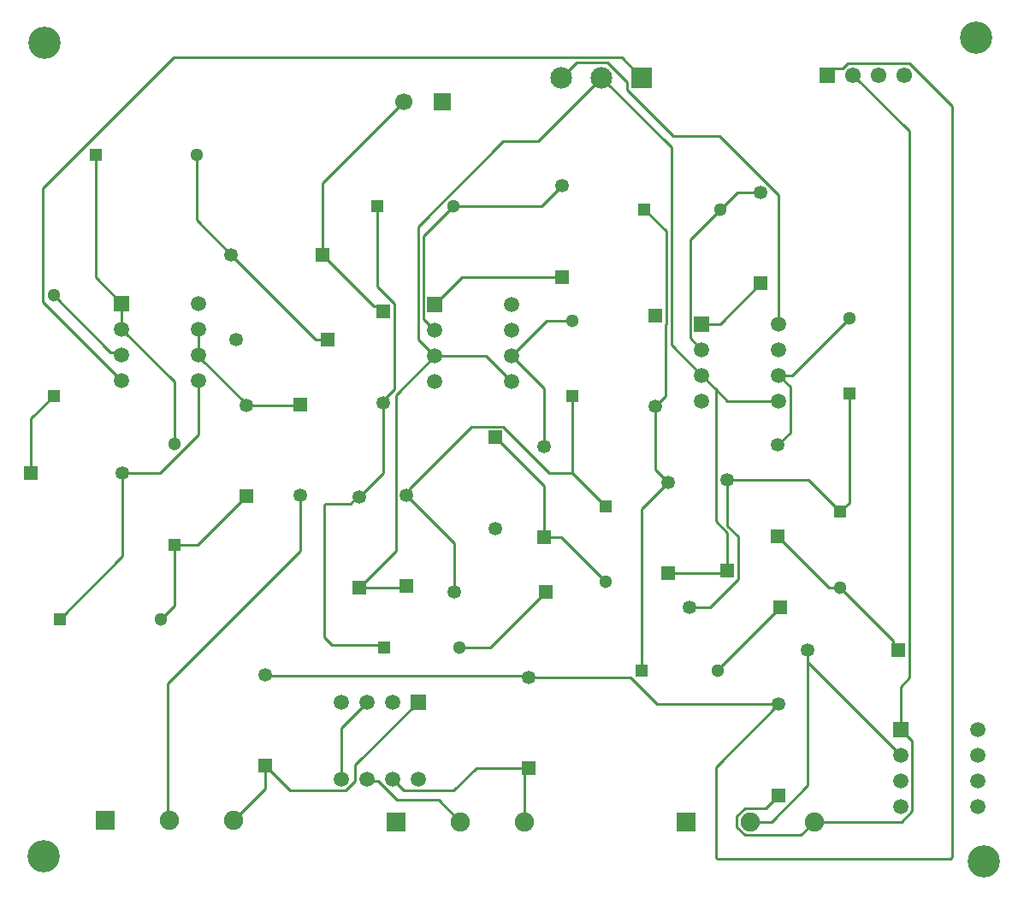
<source format=gtl>
G04*
G04 #@! TF.GenerationSoftware,Altium Limited,Altium Designer,25.2.1 (25)*
G04*
G04 Layer_Physical_Order=1*
G04 Layer_Color=255*
%FSLAX25Y25*%
%MOIN*%
G70*
G04*
G04 #@! TF.SameCoordinates,6179F1C6-3400-403E-8A66-77286E143B23*
G04*
G04*
G04 #@! TF.FilePolarity,Positive*
G04*
G01*
G75*
%ADD13C,0.01000*%
%ADD19C,0.05118*%
%ADD20R,0.05118X0.05118*%
%ADD22R,0.05118X0.05118*%
%ADD32C,0.12598*%
%ADD33R,0.05315X0.05315*%
%ADD34C,0.05315*%
%ADD35R,0.05906X0.05906*%
%ADD36C,0.05906*%
%ADD37R,0.05315X0.05315*%
%ADD38R,0.05906X0.05906*%
%ADD39C,0.06693*%
%ADD40R,0.06693X0.06693*%
%ADD41R,0.06102X0.06102*%
%ADD42C,0.06102*%
%ADD43C,0.08465*%
%ADD44R,0.08465X0.08465*%
%ADD45C,0.07480*%
%ADD46R,0.07480X0.07480*%
D13*
X252500Y264717D02*
Y265884D01*
X253798Y267182D02*
Y267298D01*
X277874Y291374D02*
X290279D01*
X252500Y265884D02*
X253798Y267182D01*
Y267298D02*
X277874Y291374D01*
X171500Y319500D02*
Y329500D01*
X110941Y340059D02*
X141500Y309500D01*
X110941Y340059D02*
Y384365D01*
X161808Y435232D01*
X336358D01*
X344091Y427500D01*
X312910D02*
X318642Y433232D01*
X330874D01*
X338358Y425748D01*
Y422646D02*
Y425748D01*
Y422646D02*
X356351Y404654D01*
X374443D01*
X397500Y381596D01*
Y331500D02*
Y381596D01*
X328500Y427500D02*
X355658Y400343D01*
Y323342D02*
Y400343D01*
X349500Y274716D02*
Y299284D01*
X353500Y303284D01*
X349500Y274716D02*
X354500Y269717D01*
X300000Y193717D02*
X339780D01*
X299500Y194217D02*
X300000Y193717D01*
X339780D02*
X350280Y183217D01*
X317000Y273500D02*
X330000Y260500D01*
X317000Y273500D02*
Y303236D01*
X308153Y273500D02*
X317000D01*
X290279Y291374D02*
X308153Y273500D01*
X287000Y287216D02*
X306000Y268216D01*
X355658Y323342D02*
X367500Y311500D01*
X372969Y306031D01*
X363047Y325953D02*
X367500Y321500D01*
X353500Y303284D02*
Y331280D01*
X363047Y364283D02*
X374764Y376000D01*
X363047Y325953D02*
Y364283D01*
X353658Y331438D02*
Y367579D01*
X353500Y331280D02*
X353658Y331438D01*
X345236Y376000D02*
X353658Y367579D01*
X257047Y325453D02*
X263500Y319000D01*
X257047Y325453D02*
Y369524D01*
X290150Y402627D01*
X303626D01*
X328500Y427500D01*
X416500Y428500D02*
X419051Y431051D01*
X422615D01*
X424615Y433051D01*
X448385D01*
X465000Y416436D01*
Y123586D02*
Y416436D01*
X464414Y123000D02*
X465000Y123586D01*
X373586Y123000D02*
X464414D01*
X373000Y123586D02*
X373586Y123000D01*
X373000Y123586D02*
Y158716D01*
X397500Y183217D01*
X247000Y154000D02*
X251453Y149547D01*
X270943D01*
X279679Y158283D01*
X300000D01*
X197500Y159283D02*
X207236Y149547D01*
X228844D01*
X232547Y153250D01*
Y159547D01*
X257000Y184000D01*
X227000Y154000D02*
Y174000D01*
X237000Y184000D01*
X265099Y145901D02*
X273500Y137500D01*
X248802Y145901D02*
X265099D01*
X241453Y153250D02*
X248802Y145901D01*
X237750Y153250D02*
X241453D01*
X237000Y154000D02*
X237750Y153250D01*
X406260Y132260D02*
X411500Y137500D01*
X384330Y132260D02*
X406260D01*
X381260Y135329D02*
X384330Y132260D01*
X381260Y135329D02*
Y139671D01*
X384330Y142740D01*
X392457D01*
X397500Y147784D01*
X408783Y151631D02*
Y204500D01*
X394653Y137500D02*
X408783Y151631D01*
X386500Y137500D02*
X394653D01*
X408783Y199716D02*
Y204500D01*
X445000Y173500D02*
X449453Y169047D01*
Y141656D02*
Y169047D01*
X445297Y137500D02*
X449453Y141656D01*
X411500Y137500D02*
X445297D01*
X401953Y289169D02*
Y307047D01*
X426500Y428500D02*
X448374Y406626D01*
Y193553D02*
Y406626D01*
X445000Y190179D02*
X448374Y193553D01*
X445000Y173500D02*
Y190179D01*
X372969Y306031D02*
X377500Y301500D01*
X408783Y199716D02*
X445000Y163500D01*
X397000Y248783D02*
X417047Y228736D01*
X421500D02*
X442059Y208177D01*
X417047Y228736D02*
X421500D01*
X442059Y206658D02*
Y208177D01*
X377500Y270717D02*
X409047D01*
X377500Y252855D02*
Y270717D01*
Y301500D02*
X397500D01*
Y321000D02*
Y321500D01*
X397000Y284216D02*
X401953Y289169D01*
X397500Y311500D02*
X401953Y307047D01*
X425000Y261764D02*
Y304236D01*
X421500Y258264D02*
X425000Y261764D01*
X372969Y254558D02*
Y306031D01*
Y254558D02*
X377500Y250027D01*
Y235283D02*
Y250027D01*
X298500Y137500D02*
Y156783D01*
X300000Y158283D01*
X350280Y183217D02*
X397500D01*
X373764Y196500D02*
Y196547D01*
X398217Y221000D01*
X344236Y196500D02*
Y259453D01*
X354500Y269717D01*
X409047Y270717D02*
X421500Y258264D01*
X442059Y206658D02*
X444216Y204500D01*
X381658Y232005D02*
Y248698D01*
X370653Y221000D02*
X381658Y232005D01*
X362784Y221000D02*
X370653D01*
X377500Y252855D02*
X381658Y248698D01*
X397500Y311500D02*
X402736D01*
X425000Y333764D01*
X367500Y331500D02*
X374716D01*
X390500Y347284D01*
X374764Y376000D02*
X381480Y382716D01*
X390500D01*
X248342Y242909D02*
Y303842D01*
X252500Y264717D02*
X271284Y245933D01*
X376500Y234283D02*
X377500Y235283D01*
X354500Y234283D02*
X376500D01*
X306000Y283717D02*
Y306500D01*
X293500Y319000D02*
X306000Y306500D01*
X293500Y319000D02*
X307264Y332764D01*
X317000D01*
X283500Y319000D02*
X293500Y309000D01*
X263500Y319000D02*
X283500D01*
X259047Y333453D02*
X263500Y329000D01*
X259047Y333453D02*
Y365784D01*
X270764Y377500D01*
X263500Y339000D02*
X274284Y349783D01*
X313000D01*
X243500Y300783D02*
Y301828D01*
X247657Y305986D01*
Y339495D01*
X241236Y345917D02*
X247657Y339495D01*
X241236Y345917D02*
Y377500D01*
X248342Y303842D02*
X263500Y319000D01*
X306000Y248284D02*
Y268216D01*
X234000Y228567D02*
X248342Y242909D01*
X271284Y227000D02*
Y245933D01*
X312689Y248284D02*
X330000Y230972D01*
X306000Y248284D02*
X312689D01*
X305283Y377500D02*
X313000Y385216D01*
X270764Y377500D02*
X305283D01*
X219717Y358500D02*
Y386216D01*
X251500Y418000D01*
X285216Y205500D02*
X306716Y227000D01*
X273264Y205500D02*
X285216D01*
X198784Y194217D02*
X299500D01*
X197500Y195500D02*
X198784Y194217D01*
X197500Y194717D02*
Y195500D01*
X185000Y138000D02*
X197500Y150500D01*
Y159283D01*
X251783Y228567D02*
X252500Y229283D01*
X234000Y228567D02*
X251783D01*
X242736Y206500D02*
X243736Y205500D01*
X223500Y206500D02*
X242736D01*
X220500Y209500D02*
X223500Y206500D01*
X220500Y209500D02*
Y260914D01*
X221086Y261500D01*
X230620D01*
X233120Y264000D01*
X234000D01*
X159500Y191500D02*
X211000Y243000D01*
Y264567D01*
X234000Y264000D02*
X243500Y273500D01*
Y300783D01*
X241342Y338374D02*
X243500Y336216D01*
X239843Y338374D02*
X241342D01*
X219717Y358500D02*
X239843Y338374D01*
X217284Y325500D02*
X221716D01*
X184283Y358500D02*
X217284Y325500D01*
X170685Y372098D02*
X184283Y358500D01*
X170685Y372098D02*
Y397500D01*
X190000Y299716D02*
X210717D01*
X211000Y300000D01*
X190000Y299716D02*
Y300358D01*
X171500Y318858D02*
X190000Y300358D01*
X171500Y318858D02*
Y319500D01*
X159500Y138500D02*
X160000Y138000D01*
X159500Y138500D02*
Y191500D01*
X171031Y245315D02*
X190000Y264283D01*
X162000Y245315D02*
X171031D01*
X162000Y221815D02*
Y245315D01*
X156685Y216500D02*
X162000Y221815D01*
X117315Y216500D02*
X141717Y240902D01*
Y273500D01*
X171500Y288445D02*
Y309500D01*
X156555Y273500D02*
X171500Y288445D01*
X141717Y273500D02*
X156555D01*
X106283Y294598D02*
X115000Y303315D01*
X106283Y273500D02*
Y294598D01*
X140561Y320439D02*
X141500Y319500D01*
X137246Y320439D02*
X140561D01*
X115000Y342685D02*
X137246Y320439D01*
X162000Y284685D02*
Y309000D01*
X141500Y329500D02*
X162000Y309000D01*
X141500Y329500D02*
Y339500D01*
X131315Y349685D02*
X141500Y339500D01*
X131315Y349685D02*
Y397500D01*
D19*
X162000Y284685D02*
D03*
X156685Y216500D02*
D03*
X115000Y342685D02*
D03*
X170685Y397500D02*
D03*
X421500Y228736D02*
D03*
X373764Y196500D02*
D03*
X270764Y377500D02*
D03*
X317000Y332764D02*
D03*
X330000Y230972D02*
D03*
X273264Y205500D02*
D03*
X425000Y333764D02*
D03*
X374764Y376000D02*
D03*
D20*
X162000Y245315D02*
D03*
X115000Y303315D02*
D03*
X421500Y258264D02*
D03*
X317000Y303236D02*
D03*
X330000Y260500D02*
D03*
X425000Y304236D02*
D03*
D22*
X117315Y216500D02*
D03*
X131315Y397500D02*
D03*
X344236Y196500D02*
D03*
X241236Y377500D02*
D03*
X243736Y205500D02*
D03*
X345236Y376000D02*
D03*
D32*
X111500Y441000D02*
D03*
X474500Y443000D02*
D03*
X111000Y124000D02*
D03*
X477500Y122000D02*
D03*
D33*
X377500Y235283D02*
D03*
X197500Y159283D02*
D03*
X211000Y300000D02*
D03*
X234000Y228567D02*
D03*
X252500Y229283D02*
D03*
X243500Y336216D02*
D03*
X300000Y158283D02*
D03*
X287000Y287216D02*
D03*
X313000Y349783D02*
D03*
X190000Y264283D02*
D03*
X306000Y248284D02*
D03*
X397000Y248783D02*
D03*
X390500Y347284D02*
D03*
X397500Y147784D02*
D03*
X349500Y334717D02*
D03*
X354500Y234283D02*
D03*
D34*
X377500Y270717D02*
D03*
X141717Y273500D02*
D03*
X184283Y358500D02*
D03*
X186284Y325500D02*
D03*
X197500Y194717D02*
D03*
X211000Y264567D02*
D03*
X234000Y264000D02*
D03*
X252500Y264717D02*
D03*
X243500Y300783D02*
D03*
X300000Y193717D02*
D03*
X271284Y227000D02*
D03*
X287000Y251783D02*
D03*
X313000Y385216D02*
D03*
X190000Y299716D02*
D03*
X306000Y283717D02*
D03*
X397000Y284216D02*
D03*
X390500Y382716D02*
D03*
X408783Y204500D02*
D03*
X362784Y221000D02*
D03*
X397500Y183217D02*
D03*
X349500Y299284D02*
D03*
X354500Y269717D02*
D03*
D35*
X445000Y173500D02*
D03*
X141500Y339500D02*
D03*
X263500Y339000D02*
D03*
X367500Y331500D02*
D03*
D36*
X445000Y163500D02*
D03*
Y153500D02*
D03*
Y143500D02*
D03*
X475000Y173500D02*
D03*
Y163500D02*
D03*
Y153500D02*
D03*
Y143500D02*
D03*
X247000Y184000D02*
D03*
X237000D02*
D03*
X227000D02*
D03*
X257000Y154000D02*
D03*
X247000D02*
D03*
X237000D02*
D03*
X227000D02*
D03*
X141500Y329500D02*
D03*
Y319500D02*
D03*
Y309500D02*
D03*
X171500Y339500D02*
D03*
Y329500D02*
D03*
Y319500D02*
D03*
Y309500D02*
D03*
X263500Y329000D02*
D03*
Y319000D02*
D03*
Y309000D02*
D03*
X293500Y339000D02*
D03*
Y329000D02*
D03*
Y319000D02*
D03*
Y309000D02*
D03*
X367500Y321500D02*
D03*
Y311500D02*
D03*
Y301500D02*
D03*
X397500Y331500D02*
D03*
Y321500D02*
D03*
Y311500D02*
D03*
Y301500D02*
D03*
D37*
X106283Y273500D02*
D03*
X219717Y358500D02*
D03*
X221716Y325500D02*
D03*
X306716Y227000D02*
D03*
X444216Y204500D02*
D03*
X398217Y221000D02*
D03*
D38*
X257000Y184000D02*
D03*
D39*
X251500Y418000D02*
D03*
D40*
X266500D02*
D03*
D41*
X416500Y428500D02*
D03*
D42*
X426500D02*
D03*
X436500D02*
D03*
X446500D02*
D03*
D43*
X312910Y427500D02*
D03*
X328500D02*
D03*
D44*
X344091D02*
D03*
D45*
X160000Y138000D02*
D03*
X185000D02*
D03*
X273500Y137500D02*
D03*
X298500D02*
D03*
X386500D02*
D03*
X411500D02*
D03*
D46*
X135000Y138000D02*
D03*
X248500Y137500D02*
D03*
X361500D02*
D03*
M02*

</source>
